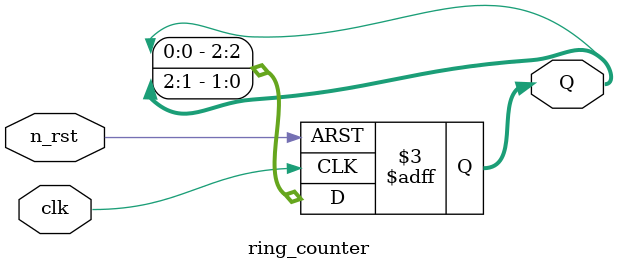
<source format=v>
module ring_counter (
    Q,
    clk,
    n_rst
);

  input clk;
  input n_rst;
  output [2:0] Q;
  reg [2:0] Q;
 
  always @ (posedge clk or negedge n_rst) 
  begin
    if (!n_rst) begin
        Q = 3'b100;
    end
      else
        begin
          Q[2] <= Q[0];
          Q[1] <= Q[2];
          Q[0] <= Q[1];
        end
  end
endmodule
</source>
